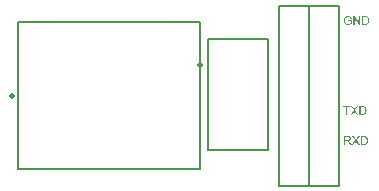
<source format=gto>
%FSLAX33Y33*%
%MOMM*%
%ADD10C,0.15*%
%ADD11C,0.5*%
%ADD12C,0.5*%
D10*
%LNtop silkscreen_traces*%
%LNtop silkscreen component c2d88ae8127456ea*%
G01*
X21270Y1130D02*
X21270Y16370D01*
X23810Y16370*
X23810Y1130*
X21270Y1130*
G36*
X24610Y15030D02*
X24610Y15115D01*
X24918Y15115D01*
X24918Y14846D01*
X24882Y14819D01*
X24846Y14796D01*
X24809Y14777D01*
X24771Y14761D01*
X24733Y14748D01*
X24695Y14739D01*
X24656Y14734D01*
X24617Y14732D01*
X24564Y14735D01*
X24514Y14743D01*
X24467Y14758D01*
X24422Y14778D01*
X24381Y14803D01*
X24345Y14834D01*
X24315Y14870D01*
X24290Y14911D01*
X24270Y14955D01*
X24256Y15002D01*
X24248Y15052D01*
X24245Y15105D01*
X24248Y15157D01*
X24256Y15207D01*
X24270Y15256D01*
X24289Y15303D01*
X24314Y15346D01*
X24344Y15383D01*
X24378Y15414D01*
X24417Y15439D01*
X24460Y15459D01*
X24507Y15473D01*
X24556Y15481D01*
X24609Y15484D01*
X24648Y15482D01*
X24684Y15478D01*
X24719Y15470D01*
X24752Y15459D01*
X24782Y15444D01*
X24809Y15428D01*
X24832Y15409D01*
X24852Y15387D01*
X24869Y15363D01*
X24884Y15335D01*
X24896Y15303D01*
X24907Y15268D01*
X24820Y15244D01*
X24811Y15271D01*
X24802Y15294D01*
X24791Y15314D01*
X24779Y15332D01*
X24766Y15347D01*
X24750Y15360D01*
X24731Y15372D01*
X24710Y15383D01*
X24687Y15391D01*
X24662Y15397D01*
X24637Y15401D01*
X24610Y15402D01*
X24578Y15400D01*
X24548Y15397D01*
X24521Y15390D01*
X24496Y15382D01*
X24473Y15371D01*
X24452Y15358D01*
X24434Y15344D01*
X24418Y15329D01*
X24404Y15312D01*
X24392Y15294D01*
X24381Y15276D01*
X24372Y15257D01*
X24360Y15222D01*
X24351Y15187D01*
X24346Y15149D01*
X24344Y15111D01*
X24346Y15064D01*
X24353Y15021D01*
X24363Y14983D01*
X24378Y14948D01*
X24396Y14917D01*
X24419Y14891D01*
X24445Y14869D01*
X24475Y14851D01*
X24508Y14837D01*
X24541Y14827D01*
X24576Y14821D01*
X24611Y14819D01*
X24642Y14820D01*
X24673Y14825D01*
X24703Y14832D01*
X24733Y14843D01*
X24761Y14855D01*
X24786Y14868D01*
X24806Y14881D01*
X24824Y14894D01*
X24824Y15030D01*
X24610Y15030D01*
X24610Y15030D01*
X25059Y14744D02*
X25059Y15472D01*
X25157Y15472D01*
X25539Y14901D01*
X25539Y15472D01*
X25632Y15472D01*
X25632Y14744D01*
X25533Y14744D01*
X25151Y15316D01*
X25151Y14744D01*
X25059Y14744D01*
X25059Y14744D01*
X25793Y14744D02*
X25793Y15472D01*
X26042Y15472D01*
X26042Y15386D01*
X25890Y15386D01*
X25890Y14830D01*
X25890Y14830D01*
X26045Y14830D01*
X26079Y14831D01*
X26109Y14834D01*
X26135Y14838D01*
X26158Y14844D01*
X26177Y14851D01*
X26195Y14860D01*
X26210Y14870D01*
X26223Y14881D01*
X26239Y14900D01*
X26253Y14921D01*
X26266Y14946D01*
X26276Y14973D01*
X26285Y15004D01*
X26291Y15037D01*
X26294Y15074D01*
X26295Y15113D01*
X26293Y15167D01*
X26286Y15214D01*
X26274Y15255D01*
X26258Y15289D01*
X26238Y15317D01*
X26217Y15340D01*
X26193Y15358D01*
X26167Y15371D01*
X26145Y15377D01*
X26116Y15382D01*
X26082Y15385D01*
X26042Y15386D01*
X26042Y15472D01*
X26044Y15472D01*
X26084Y15471D01*
X26119Y15469D01*
X26149Y15466D01*
X26173Y15461D01*
X26204Y15453D01*
X26231Y15441D01*
X26257Y15427D01*
X26280Y15409D01*
X26307Y15383D01*
X26330Y15354D01*
X26350Y15321D01*
X26366Y15285D01*
X26379Y15246D01*
X26388Y15204D01*
X26393Y15159D01*
X26395Y15112D01*
X26393Y15072D01*
X26390Y15034D01*
X26384Y14998D01*
X26375Y14965D01*
X26365Y14935D01*
X26353Y14907D01*
X26340Y14882D01*
X26326Y14859D01*
X26310Y14839D01*
X26294Y14822D01*
X26277Y14806D01*
X26259Y14793D01*
X26241Y14782D01*
X26220Y14772D01*
X26197Y14764D01*
X26173Y14757D01*
X26146Y14751D01*
X26118Y14748D01*
X26088Y14745D01*
X26056Y14744D01*
X25793Y14744D01*
X25793Y14744D01*
X24454Y7124D02*
X24454Y7766D01*
X24215Y7766D01*
X24215Y7852D01*
X24791Y7852D01*
X24791Y7766D01*
X24551Y7766D01*
X24551Y7124D01*
X24454Y7124D01*
X24454Y7124D01*
X24816Y7124D02*
X25097Y7503D01*
X24849Y7852D01*
X24964Y7852D01*
X25096Y7665D01*
X25115Y7638D01*
X25131Y7614D01*
X25144Y7593D01*
X25154Y7576D01*
X25167Y7596D01*
X25181Y7616D01*
X25196Y7637D01*
X25212Y7659D01*
X25358Y7852D01*
X25463Y7852D01*
X25207Y7509D01*
X25483Y7124D01*
X25364Y7124D01*
X25181Y7384D01*
X25173Y7395D01*
X25165Y7407D01*
X25157Y7420D01*
X25149Y7432D01*
X25138Y7414D01*
X25128Y7399D01*
X25120Y7387D01*
X25114Y7378D01*
X24932Y7124D01*
X24816Y7124D01*
X24816Y7124D01*
X25568Y7124D02*
X25568Y7852D01*
X25817Y7852D01*
X25817Y7766D01*
X25664Y7766D01*
X25664Y7210D01*
X25664Y7210D01*
X25819Y7210D01*
X25853Y7211D01*
X25883Y7214D01*
X25910Y7218D01*
X25932Y7224D01*
X25951Y7231D01*
X25969Y7240D01*
X25984Y7250D01*
X25997Y7261D01*
X26013Y7280D01*
X26028Y7301D01*
X26040Y7326D01*
X26051Y7353D01*
X26059Y7384D01*
X26065Y7417D01*
X26069Y7454D01*
X26070Y7493D01*
X26067Y7547D01*
X26060Y7594D01*
X26049Y7635D01*
X26032Y7669D01*
X26013Y7697D01*
X25991Y7720D01*
X25967Y7738D01*
X25941Y7751D01*
X25919Y7757D01*
X25891Y7762D01*
X25857Y7765D01*
X25817Y7766D01*
X25817Y7852D01*
X25818Y7852D01*
X25858Y7851D01*
X25893Y7849D01*
X25923Y7846D01*
X25948Y7841D01*
X25978Y7833D01*
X26006Y7821D01*
X26031Y7807D01*
X26054Y7789D01*
X26081Y7763D01*
X26105Y7734D01*
X26124Y7701D01*
X26140Y7665D01*
X26153Y7626D01*
X26162Y7584D01*
X26167Y7539D01*
X26169Y7492D01*
X26168Y7452D01*
X26164Y7414D01*
X26158Y7378D01*
X26150Y7345D01*
X26139Y7315D01*
X26127Y7287D01*
X26114Y7262D01*
X26100Y7239D01*
X26084Y7219D01*
X26068Y7202D01*
X26051Y7186D01*
X26034Y7173D01*
X26015Y7162D01*
X25994Y7152D01*
X25971Y7144D01*
X25947Y7137D01*
X25921Y7131D01*
X25892Y7128D01*
X25862Y7125D01*
X25830Y7124D01*
X25568Y7124D01*
X25568Y7124D01*
X24271Y4584D02*
X24271Y5312D01*
X24593Y5312D01*
X24639Y5310D01*
X24679Y5307D01*
X24713Y5301D01*
X24741Y5292D01*
X24765Y5280D01*
X24787Y5265D01*
X24806Y5246D01*
X24822Y5223D01*
X24835Y5197D01*
X24845Y5171D01*
X24850Y5143D01*
X24852Y5113D01*
X24849Y5076D01*
X24840Y5042D01*
X24824Y5011D01*
X24802Y4983D01*
X24774Y4959D01*
X24738Y4939D01*
X24696Y4925D01*
X24672Y4920D01*
X24657Y4998D01*
X24677Y5004D01*
X24695Y5012D01*
X24710Y5022D01*
X24723Y5034D01*
X24734Y5048D01*
X24742Y5063D01*
X24748Y5079D01*
X24752Y5096D01*
X24753Y5113D01*
X24751Y5138D01*
X24744Y5160D01*
X24732Y5180D01*
X24716Y5198D01*
X24694Y5213D01*
X24667Y5223D01*
X24635Y5229D01*
X24597Y5231D01*
X24367Y5231D01*
X24367Y4991D01*
X24367Y4991D01*
X24574Y4991D01*
X24605Y4992D01*
X24633Y4994D01*
X24657Y4998D01*
X24672Y4920D01*
X24647Y4915D01*
X24665Y4906D01*
X24681Y4897D01*
X24694Y4888D01*
X24705Y4879D01*
X24726Y4859D01*
X24747Y4836D01*
X24766Y4810D01*
X24785Y4782D01*
X24912Y4584D01*
X24791Y4584D01*
X24695Y4736D01*
X24674Y4767D01*
X24656Y4794D01*
X24640Y4817D01*
X24625Y4836D01*
X24612Y4852D01*
X24599Y4865D01*
X24587Y4876D01*
X24576Y4885D01*
X24565Y4891D01*
X24554Y4896D01*
X24543Y4901D01*
X24532Y4904D01*
X24523Y4905D01*
X24511Y4906D01*
X24496Y4907D01*
X24479Y4907D01*
X24367Y4907D01*
X24367Y4584D01*
X24271Y4584D01*
X24271Y4584D01*
X24929Y4584D02*
X25210Y4963D01*
X24962Y5312D01*
X25077Y5312D01*
X25209Y5125D01*
X25228Y5098D01*
X25244Y5074D01*
X25257Y5053D01*
X25268Y5036D01*
X25280Y5056D01*
X25294Y5076D01*
X25309Y5097D01*
X25325Y5119D01*
X25471Y5312D01*
X25576Y5312D01*
X25321Y4969D01*
X25596Y4584D01*
X25477Y4584D01*
X25294Y4844D01*
X25286Y4855D01*
X25278Y4867D01*
X25270Y4880D01*
X25262Y4892D01*
X25251Y4874D01*
X25241Y4859D01*
X25233Y4847D01*
X25227Y4838D01*
X25045Y4584D01*
X24929Y4584D01*
X24929Y4584D01*
X25681Y4584D02*
X25681Y5312D01*
X25930Y5312D01*
X25930Y5226D01*
X25777Y5226D01*
X25777Y4670D01*
X25777Y4670D01*
X25932Y4670D01*
X25966Y4671D01*
X25996Y4674D01*
X26023Y4678D01*
X26045Y4684D01*
X26065Y4691D01*
X26082Y4700D01*
X26097Y4710D01*
X26110Y4721D01*
X26127Y4740D01*
X26141Y4761D01*
X26153Y4786D01*
X26164Y4813D01*
X26172Y4844D01*
X26178Y4877D01*
X26182Y4914D01*
X26183Y4953D01*
X26180Y5007D01*
X26173Y5054D01*
X26162Y5095D01*
X26145Y5129D01*
X26126Y5157D01*
X26104Y5180D01*
X26080Y5198D01*
X26054Y5211D01*
X26032Y5217D01*
X26004Y5222D01*
X25970Y5225D01*
X25930Y5226D01*
X25930Y5312D01*
X25931Y5312D01*
X25971Y5311D01*
X26006Y5309D01*
X26036Y5306D01*
X26061Y5301D01*
X26091Y5293D01*
X26119Y5281D01*
X26144Y5267D01*
X26167Y5249D01*
X26194Y5223D01*
X26218Y5194D01*
X26237Y5161D01*
X26254Y5125D01*
X26266Y5086D01*
X26275Y5044D01*
X26280Y4999D01*
X26282Y4952D01*
X26281Y4912D01*
X26277Y4874D01*
X26271Y4838D01*
X26263Y4805D01*
X26252Y4775D01*
X26241Y4747D01*
X26228Y4722D01*
X26213Y4699D01*
X26198Y4679D01*
X26181Y4662D01*
X26164Y4646D01*
X26147Y4633D01*
X26128Y4622D01*
X26107Y4612D01*
X26085Y4604D01*
X26060Y4597D01*
X26034Y4591D01*
X26005Y4588D01*
X25975Y4585D01*
X25943Y4584D01*
X25681Y4584D01*
X25681Y4584D01*
G37*
%LNtop silkscreen component c722fa041d0273cc*%
X-3351Y2549D02*
X-3351Y14951D01*
X12051Y14951*
X12051Y2549*
X-3351Y2549*
D11*
X-3851Y8750D03*
%LNtop silkscreen component 6aa30f8fa41a1bc1*%
D10*
X18730Y1130D02*
X18730Y16370D01*
X21270Y16370*
X21270Y1130*
X18730Y1130*
%LNtop silkscreen component a2ea2ed2c523916f*%
X12775Y13525D02*
X17825Y13525D01*
X17825Y4125*
X12775Y4125*
X12775Y13525*
D12*
X12100Y11375D03*
M02*
</source>
